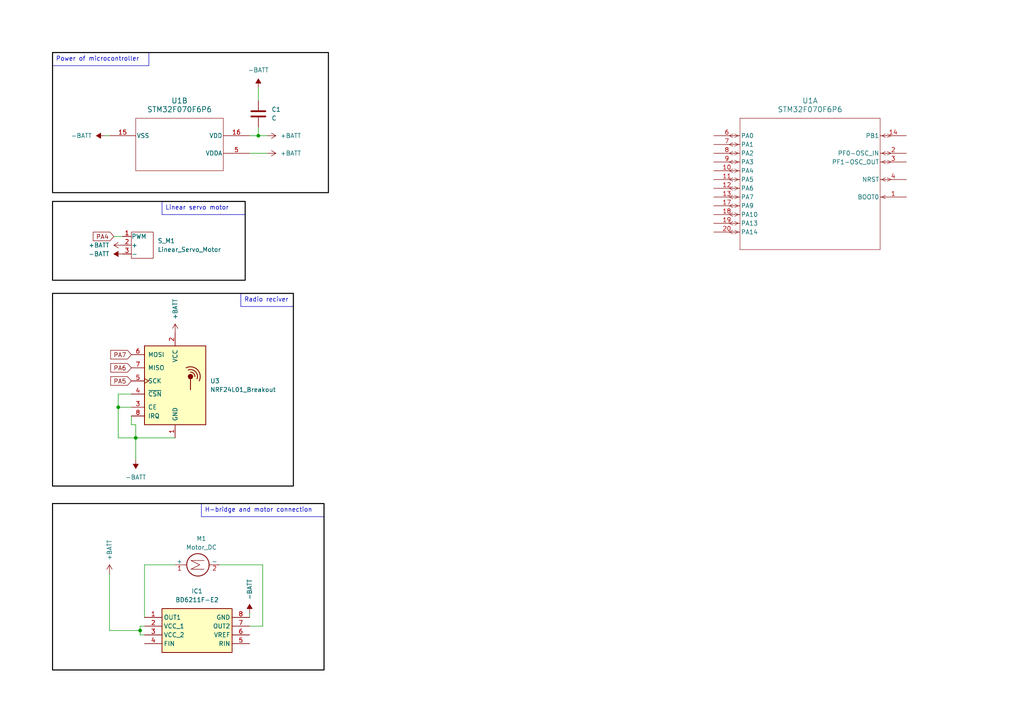
<source format=kicad_sch>
(kicad_sch (version 20230121) (generator eeschema)
  (paper "A4")
  (lib_symbols
    (symbol "2023-11-22_23-54-19:STM32F070F6P6" (pin_names (offset 0.254))
      (property "Reference" "U" (at 27.94 10.16 0))
      (property "Value" "STM32F070F6P6" (at 27.94 7.62 0))
      (symbol "STM32F070F6P6_1_1"
        (polyline (pts (xy 5.5372 -28.4607) (xy 4.4958 -27.94)) (stroke (width 0.127)))
        (polyline (pts (xy 5.5372 -27.4193) (xy 4.4958 -27.94)) (stroke (width 0.127)))
        (polyline (pts (xy 5.5372 -25.9207) (xy 4.4958 -25.4)) (stroke (width 0.127)))
        (polyline (pts (xy 5.5372 -24.8793) (xy 4.4958 -25.4)) (stroke (width 0.127)))
        (polyline (pts (xy 5.5372 -23.3807) (xy 4.4958 -22.86)) (stroke (width 0.127)))
        (polyline (pts (xy 5.5372 -22.3393) (xy 4.4958 -22.86)) (stroke (width 0.127)))
        (polyline (pts (xy 5.5372 -20.8407) (xy 4.4958 -20.32)) (stroke (width 0.127)))
        (polyline (pts (xy 5.5372 -19.7993) (xy 4.4958 -20.32)) (stroke (width 0.127)))
        (polyline (pts (xy 5.5372 -18.3007) (xy 4.4958 -17.78)) (stroke (width 0.127)))
        (polyline (pts (xy 5.5372 -17.2593) (xy 4.4958 -17.78)) (stroke (width 0.127)))
        (polyline (pts (xy 5.5372 -15.7607) (xy 4.4958 -15.24)) (stroke (width 0.127)))
        (polyline (pts (xy 5.5372 -14.7193) (xy 4.4958 -15.24)) (stroke (width 0.127)))
        (polyline (pts (xy 5.5372 -13.2207) (xy 4.4958 -12.7)) (stroke (width 0.127)))
        (polyline (pts (xy 5.5372 -12.1793) (xy 4.4958 -12.7)) (stroke (width 0.127)))
        (polyline (pts (xy 5.5372 -10.6807) (xy 4.4958 -10.16)) (stroke (width 0.127)))
        (polyline (pts (xy 5.5372 -9.6393) (xy 4.4958 -10.16)) (stroke (width 0.127)))
        (polyline (pts (xy 5.5372 -8.1407) (xy 4.4958 -7.62)) (stroke (width 0.127)))
        (polyline (pts (xy 5.5372 -7.0993) (xy 4.4958 -7.62)) (stroke (width 0.127)))
        (polyline (pts (xy 5.5372 -5.6007) (xy 4.4958 -5.08)) (stroke (width 0.127)))
        (polyline (pts (xy 5.5372 -4.5593) (xy 4.4958 -5.08)) (stroke (width 0.127)))
        (polyline (pts (xy 5.5372 -3.0607) (xy 4.4958 -2.54)) (stroke (width 0.127)))
        (polyline (pts (xy 5.5372 -2.0193) (xy 4.4958 -2.54)) (stroke (width 0.127)))
        (polyline (pts (xy 5.5372 -0.5207) (xy 4.4958 0)) (stroke (width 0.127)))
        (polyline (pts (xy 5.5372 0.5207) (xy 4.4958 0)) (stroke (width 0.127)))
        (polyline (pts (xy 7.0993 -27.94) (xy 6.0579 -28.4607)) (stroke (width 0.127)))
        (polyline (pts (xy 7.0993 -27.94) (xy 6.0579 -27.4193)) (stroke (width 0.127)))
        (polyline (pts (xy 7.0993 -25.4) (xy 6.0579 -25.9207)) (stroke (width 0.127)))
        (polyline (pts (xy 7.0993 -25.4) (xy 6.0579 -24.8793)) (stroke (width 0.127)))
        (polyline (pts (xy 7.0993 -22.86) (xy 6.0579 -23.3807)) (stroke (width 0.127)))
        (polyline (pts (xy 7.0993 -22.86) (xy 6.0579 -22.3393)) (stroke (width 0.127)))
        (polyline (pts (xy 7.0993 -20.32) (xy 6.0579 -20.8407)) (stroke (width 0.127)))
        (polyline (pts (xy 7.0993 -20.32) (xy 6.0579 -19.7993)) (stroke (width 0.127)))
        (polyline (pts (xy 7.0993 -17.78) (xy 6.0579 -18.3007)) (stroke (width 0.127)))
        (polyline (pts (xy 7.0993 -17.78) (xy 6.0579 -17.2593)) (stroke (width 0.127)))
        (polyline (pts (xy 7.0993 -15.24) (xy 6.0579 -15.7607)) (stroke (width 0.127)))
        (polyline (pts (xy 7.0993 -15.24) (xy 6.0579 -14.7193)) (stroke (width 0.127)))
        (polyline (pts (xy 7.0993 -12.7) (xy 6.0579 -13.2207)) (stroke (width 0.127)))
        (polyline (pts (xy 7.0993 -12.7) (xy 6.0579 -12.1793)) (stroke (width 0.127)))
        (polyline (pts (xy 7.0993 -10.16) (xy 6.0579 -10.6807)) (stroke (width 0.127)))
        (polyline (pts (xy 7.0993 -10.16) (xy 6.0579 -9.6393)) (stroke (width 0.127)))
        (polyline (pts (xy 7.0993 -7.62) (xy 6.0579 -8.1407)) (stroke (width 0.127)))
        (polyline (pts (xy 7.0993 -7.62) (xy 6.0579 -7.0993)) (stroke (width 0.127)))
        (polyline (pts (xy 7.0993 -5.08) (xy 6.0579 -5.6007)) (stroke (width 0.127)))
        (polyline (pts (xy 7.0993 -5.08) (xy 6.0579 -4.5593)) (stroke (width 0.127)))
        (polyline (pts (xy 7.0993 -2.54) (xy 6.0579 -3.0607)) (stroke (width 0.127)))
        (polyline (pts (xy 7.0993 -2.54) (xy 6.0579 -2.0193)) (stroke (width 0.127)))
        (polyline (pts (xy 7.0993 0) (xy 6.0579 -0.5207)) (stroke (width 0.127)))
        (polyline (pts (xy 7.0993 0) (xy 6.0579 0.5207)) (stroke (width 0.127)))
        (polyline (pts (xy 7.62 -33.02) (xy 48.26 -33.02)) (stroke (width 0.127)))
        (polyline (pts (xy 7.62 5.08) (xy 7.62 -33.02)) (stroke (width 0.127)))
        (polyline (pts (xy 48.26 -33.02) (xy 48.26 5.08)) (stroke (width 0.127)))
        (polyline (pts (xy 48.26 5.08) (xy 7.62 5.08)) (stroke (width 0.127)))
        (polyline (pts (xy 48.7807 -17.78) (xy 49.8221 -18.3007)) (stroke (width 0.127)))
        (polyline (pts (xy 48.7807 -17.78) (xy 49.8221 -17.2593)) (stroke (width 0.127)))
        (polyline (pts (xy 48.7807 -12.7) (xy 49.8221 -13.2207)) (stroke (width 0.127)))
        (polyline (pts (xy 48.7807 -12.7) (xy 49.8221 -12.1793)) (stroke (width 0.127)))
        (polyline (pts (xy 48.7807 -7.62) (xy 49.8221 -8.1407)) (stroke (width 0.127)))
        (polyline (pts (xy 48.7807 -7.62) (xy 49.8221 -7.0993)) (stroke (width 0.127)))
        (polyline (pts (xy 48.7807 -5.08) (xy 49.8221 -5.6007)) (stroke (width 0.127)))
        (polyline (pts (xy 48.7807 -5.08) (xy 49.8221 -4.5593)) (stroke (width 0.127)))
        (polyline (pts (xy 48.7807 0) (xy 49.8221 -0.5207)) (stroke (width 0.127)))
        (polyline (pts (xy 48.7807 0) (xy 49.8221 0.5207)) (stroke (width 0.127)))
        (polyline (pts (xy 50.3428 -13.2207) (xy 51.3842 -12.7)) (stroke (width 0.127)))
        (polyline (pts (xy 50.3428 -12.1793) (xy 51.3842 -12.7)) (stroke (width 0.127)))
        (polyline (pts (xy 50.3428 -8.1407) (xy 51.3842 -7.62)) (stroke (width 0.127)))
        (polyline (pts (xy 50.3428 -7.0993) (xy 51.3842 -7.62)) (stroke (width 0.127)))
        (polyline (pts (xy 50.3428 -5.6007) (xy 51.3842 -5.08)) (stroke (width 0.127)))
        (polyline (pts (xy 50.3428 -4.5593) (xy 51.3842 -5.08)) (stroke (width 0.127)))
        (polyline (pts (xy 50.3428 -0.5207) (xy 51.3842 0)) (stroke (width 0.127)))
        (polyline (pts (xy 50.3428 0.5207) (xy 51.3842 0)) (stroke (width 0.127)))
        (pin input line (at 55.88 -17.78 180) (length 7.62) (name "BOOT0") (number "1"))
        (pin bidirectional line (at 0 -10.16 0) (length 7.62) (name "PA4") (number "10"))
        (pin bidirectional line (at 0 -12.7 0) (length 7.62) (name "PA5") (number "11"))
        (pin bidirectional line (at 0 -15.24 0) (length 7.62) (name "PA6") (number "12"))
        (pin bidirectional line (at 0 -17.78 0) (length 7.62) (name "PA7") (number "13"))
        (pin bidirectional line (at 55.88 0 180) (length 7.62) (name "PB1") (number "14"))
        (pin bidirectional line (at 0 -20.32 0) (length 7.62) (name "PA9") (number "17"))
        (pin bidirectional line (at 0 -22.86 0) (length 7.62) (name "PA10") (number "18"))
        (pin bidirectional line (at 0 -25.4 0) (length 7.62) (name "PA13") (number "19"))
        (pin bidirectional line (at 55.88 -5.08 180) (length 7.62) (name "PF0-OSC_IN") (number "2"))
        (pin bidirectional line (at 0 -27.94 0) (length 7.62) (name "PA14") (number "20"))
        (pin bidirectional line (at 55.88 -7.62 180) (length 7.62) (name "PF1-OSC_OUT") (number "3"))
        (pin bidirectional line (at 55.88 -12.7 180) (length 7.62) (name "NRST") (number "4"))
        (pin bidirectional line (at 0 0 0) (length 7.62) (name "PA0") (number "6"))
        (pin bidirectional line (at 0 -2.54 0) (length 7.62) (name "PA1") (number "7"))
        (pin bidirectional line (at 0 -5.08 0) (length 7.62) (name "PA2") (number "8"))
        (pin bidirectional line (at 0 -7.62 0) (length 7.62) (name "PA3") (number "9"))
      )
      (symbol "STM32F070F6P6_2_1"
        (polyline (pts (xy 7.62 -10.16) (xy 33.02 -10.16)) (stroke (width 0.127)))
        (polyline (pts (xy 7.62 5.08) (xy 7.62 -10.16)) (stroke (width 0.127)))
        (polyline (pts (xy 33.02 -10.16) (xy 33.02 5.08)) (stroke (width 0.127)))
        (polyline (pts (xy 33.02 5.08) (xy 7.62 5.08)) (stroke (width 0.127)))
        (pin power_in line (at 0 0 0) (length 7.62) (name "VSS") (number "15"))
        (pin power_in line (at 40.64 0 180) (length 7.62) (name "VDD") (number "16"))
        (pin power_in line (at 40.64 -5.08 180) (length 7.62) (name "VDDA") (number "5"))
      )
    )
    (symbol "Device:C" (pin_numbers hide) (pin_names (offset 0.254))
      (property "Reference" "C" (at 0.635 2.54 0))
      (property "Value" "C" (at 0.635 -2.54 0))
      (symbol "C_0_1"
        (polyline (pts (xy -2.032 -0.762) (xy 2.032 -0.762)) (stroke (width 0.508)))
        (polyline (pts (xy -2.032 0.762) (xy 2.032 0.762)) (stroke (width 0.508)))
      )
      (symbol "C_1_1"
        (pin passive line (at 0 3.81 270) (length 2.794) (name "~") (number "1"))
        (pin passive line (at 0 -3.81 90) (length 2.794) (name "~") (number "2"))
      )
    )
    (symbol "Motor:Motor_DC" (pin_names (offset 0))
      (property "Reference" "M" (at 2.54 2.54 0))
      (property "Value" "Motor_DC" (at 2.54 -5.08 0))
      (symbol "Motor_DC_0_0"
        (polyline (pts (xy -1.27 -3.302) (xy -1.27 0.508) (xy 0 -2.032) (xy 1.27 0.508) (xy 1.27 -3.302)))
      )
      (symbol "Motor_DC_0_1"
        (circle (center 0 -1.524) (radius 3.2512) (stroke (width 0.254)))
        (polyline (pts (xy 0 -7.62) (xy 0 -7.112)))
        (polyline (pts (xy 0 -4.7752) (xy 0 -5.1816)))
        (polyline (pts (xy 0 1.7272) (xy 0 2.0828)))
        (polyline (pts (xy 0 2.032) (xy 0 2.54)))
      )
      (symbol "Motor_DC_1_1"
        (pin passive line (at 0 5.08 270) (length 2.54) (name "+") (number "1"))
        (pin passive line (at 0 -7.62 90) (length 2.54) (name "-") (number "2"))
      )
    )
    (symbol "Motor:Motor_Servo" (pin_names (offset 0.0254))
      (property "Reference" "S_M" (at -3.81 7.62 0))
      (property "Value" "Linear_Servo_Motor" (at -13.97 -3.81 0))
      (symbol "Motor_Servo_0_1"
        (polyline (pts (xy -5.08 3.81) (xy -5.08 5.08) (xy 1.27 5.08) (xy 1.27 -2.54) (xy -5.08 -2.54) (xy -5.08 3.81)))
      )
      (symbol "Motor_Servo_1_1"
        (pin passive line (at -7.62 3.81 0) (length 2.54) (name "PWM") (number "1"))
        (pin passive line (at -7.62 1.27 0) (length 2.54) (name "+") (number "2"))
        (pin passive line (at -7.62 -1.27 0) (length 2.54) (name "-") (number "3"))
      )
    )
    (symbol "NRF24L01_Breakout_1" (pin_names (offset 1.016))
      (property "Reference" "U2" (at 10.16 1.27 0))
      (property "Value" "NRF24L01_Breakout" (at 10.16 -1.27 0))
      (symbol "NRF24L01_Breakout_1_0_1"
        (rectangle (start -8.89 11.43) (end 8.89 -11.43) (stroke (width 0.254)) (fill (type background)))
        (polyline (pts (xy 4.445 1.905) (xy 4.445 -1.27)) (stroke (width 0.254)))
        (circle (center 4.445 2.54) (radius 0.635) (stroke (width 0.254)) (fill (type outline)))
        (arc (start 5.715 2.54) (mid 5.3521 3.4546) (end 4.445 3.81) (stroke (width 0.254)))
        (arc (start 6.35 1.905) (mid 5.8763 3.9854) (end 3.81 4.445) (stroke (width 0.254)))
        (arc (start 6.985 1.27) (mid 6.453 4.548) (end 3.175 5.08) (stroke (width 0.254)))
      )
      (symbol "NRF24L01_Breakout_1_1_1"
        (pin power_in line (at 0 -15.24 90) (length 3.81) (name "GND") (number "1"))
        (pin power_in line (at 0 15.24 270) (length 3.81) (name "VCC") (number "2"))
        (pin input line (at -12.7 -6.35 0) (length 3.81) (name "CE") (number "3"))
        (pin input line (at -12.7 -2.54 0) (length 3.81) (name "~{CSN}") (number "4"))
        (pin input clock (at -12.7 1.27 0) (length 3.81) (name "SCK") (number "5"))
        (pin input line (at -12.7 8.89 0) (length 3.81) (name "MOSI") (number "6"))
        (pin output line (at -12.7 5.08 0) (length 3.81) (name "MISO") (number "7"))
        (pin output line (at -12.7 -8.89 0) (length 3.81) (name "IRQ") (number "8"))
      )
    )
    (symbol "SamacSys_Parts:BD6211F-E2"
      (property "Reference" "IC" (at 26.67 7.62 0))
      (property "Value" "BD6211F-E2" (at 26.67 5.08 0))
      (symbol "BD6211F-E2_1_1"
        (rectangle (start 5.08 2.54) (end 25.4 -10.16) (stroke (width 0.254)) (fill (type background)))
        (pin passive line (at 0 0 0) (length 5.08) (name "OUT1") (number "1"))
        (pin passive line (at 0 -2.54 0) (length 5.08) (name "VCC_1") (number "2"))
        (pin passive line (at 0 -5.08 0) (length 5.08) (name "VCC_2") (number "3"))
        (pin passive line (at 0 -7.62 0) (length 5.08) (name "FIN") (number "4"))
        (pin passive line (at 30.48 -7.62 180) (length 5.08) (name "RIN") (number "5"))
        (pin passive line (at 30.48 -5.08 180) (length 5.08) (name "VREF") (number "6"))
        (pin passive line (at 30.48 -2.54 180) (length 5.08) (name "OUT2") (number "7"))
        (pin passive line (at 30.48 0 180) (length 5.08) (name "GND") (number "8"))
      )
    )
    (symbol "power:+BATT" (power) (pin_names (offset 0))
      (property "Value" "+BATT" (at 0 3.556 0))
      (symbol "+BATT_0_1"
        (polyline (pts (xy -0.762 1.27) (xy 0 2.54)))
        (polyline (pts (xy 0 0) (xy 0 2.54)))
        (polyline (pts (xy 0 2.54) (xy 0.762 1.27)))
      )
      (symbol "+BATT_1_1"
        (pin power_in line (at 0 0 90) (length 0) hide (name "+BATT") (number "1"))
      )
    )
    (symbol "power:-BATT" (power) (pin_names (offset 0))
      (property "Value" "-BATT" (at 0 3.556 0))
      (symbol "-BATT_0_1"
        (polyline (pts (xy 0 0) (xy 0 2.54)))
        (polyline (pts (xy 0.762 1.27) (xy -0.762 1.27) (xy 0 2.54) (xy 0.762 1.27)) (fill (type outline)))
      )
      (symbol "-BATT_1_1"
        (pin power_in line (at 0 0 90) (length 0) hide (name "-BATT") (number "1"))
      )
    )
  )
  (junction (at 34.29 118.11))
  (junction (at 39.37 127))
  (junction (at 74.93 39.37))
  (junction (at 40.64 182.88))
  (wire (pts (xy 72.39 177.8) (xy 72.39 179.07)))
  (wire (pts (xy 74.93 39.37) (xy 77.47 39.37)))
  (wire (pts (xy 72.39 181.61) (xy 76.2 181.61)))
  (wire (pts (xy 38.1 123.19) (xy 39.37 123.19)))
  (wire (pts (xy 41.91 179.07) (xy 41.91 163.83)))
  (wire (pts (xy 74.93 36.83) (xy 74.93 39.37)))
  (wire (pts (xy 34.29 118.11) (xy 34.29 127)))
  (wire (pts (xy 38.1 118.11) (xy 34.29 118.11)))
  (wire (pts (xy 74.93 25.4) (xy 74.93 29.21)))
  (wire (pts (xy 40.64 184.15) (xy 40.64 182.88)))
  (wire (pts (xy 40.64 181.61) (xy 41.91 181.61)))
  (wire (pts (xy 41.91 184.15) (xy 40.64 184.15)))
  (wire (pts (xy 39.37 123.19) (xy 39.37 127)))
  (wire (pts (xy 39.37 127) (xy 39.37 133.35)))
  (wire (pts (xy 40.64 182.88) (xy 40.64 181.61)))
  (wire (pts (xy 63.5 163.83) (xy 76.2 163.83)))
  (wire (pts (xy 72.39 44.45) (xy 77.47 44.45)))
  (wire (pts (xy 38.1 114.3) (xy 34.29 114.3)))
  (wire (pts (xy 41.91 163.83) (xy 50.8 163.83)))
  (wire (pts (xy 34.29 127) (xy 39.37 127)))
  (wire (pts (xy 38.1 120.65) (xy 38.1 123.19)))
  (wire (pts (xy 33.02 68.58) (xy 35.56 68.58)))
  (wire (pts (xy 30.48 39.37) (xy 31.75 39.37)))
  (wire (pts (xy 76.2 163.83) (xy 76.2 181.61)))
  (wire (pts (xy 31.75 182.88) (xy 40.64 182.88)))
  (wire (pts (xy 72.39 39.37) (xy 74.93 39.37)))
  (wire (pts (xy 34.29 114.3) (xy 34.29 118.11)))
  (wire (pts (xy 39.37 127) (xy 50.8 127)))
  (wire (pts (xy 31.75 166.37) (xy 31.75 182.88)))
  (rectangle (start 15.24 58.42) (end 71.12 81.28) (stroke (width 0.3) (color 0 0 0 1)))
  (rectangle (start 15.24 85.09) (end 85.09 140.97) (stroke (width 0.3) (color 0 0 0 1)))
  (rectangle (start 15.24 15.24) (end 95.25 55.88) (stroke (width 0.3) (color 0 0 0 1)))
  (rectangle (start 15.24 146.05) (end 93.98 194.31) (stroke (width 0.3) (color 0 0 0 1)))
  (text_box "Radio reciver" (at 69.85 85.09 0) (size 15.24 3.81) (effects (font (size 1.27 1.27)) (justify left top)))
  (text_box "Linear servo motor" (at 46.99 58.42 0) (size 24.13 3.81) (effects (font (size 1.27 1.27)) (justify left top)))
  (text_box "Power of microcontroller" (at 15.24 15.24 0) (size 27.94 3.81) (effects (font (size 1.27 1.27)) (justify left top)))
  (text_box "H-bridge and motor connection" (at 58.42 146.05 0) (size 35.56 3.81) (effects (font (size 1.27 1.27)) (justify left top)))
  (global_label "PA4" (shape input) (at 33.02 68.58 180) (property "Intersheetrefs" "${INTERSHEET_REFS}" (effects hide)))
  (global_label "PA7" (shape input) (at 38.1 102.87 180) (property "Intersheetrefs" "${INTERSHEET_REFS}" (effects hide)))
  (global_label "PA6" (shape input) (at 38.1 106.68 180) (property "Intersheetrefs" "${INTERSHEET_REFS}" (effects hide)))
  (global_label "PA5" (shape input) (at 38.1 110.49 180) (property "Intersheetrefs" "${INTERSHEET_REFS}" (effects hide)))
  (symbol (lib_id "power:-BATT") (at 35.56 73.66 90) (unit 1)
    (property "Reference" "#PWR010" (effects hide))
    (property "Value" "-BATT" (at 31.75 73.66 90) (effects (justify left)))
  )
  (symbol (lib_name "NRF24L01_Breakout_1") (lib_id "RF:NRF24L01_Breakout") (at 50.8 111.76 0) (unit 1)
    (property "Reference" "U3" (at 60.96 110.49 0) (effects (justify left)))
    (property "Value" "NRF24L01_Breakout" (at 60.96 113.03 0) (effects (justify left)))
    (property "Footprint" "RF_Module:nRF24L01_Breakout" (effects hide))
    (property "Datasheet" "http://www.nordicsemi.com/eng/content/download/2730/34105/file/nRF24L01_Product_Specification_v2_0.pdf" (effects hide))
  )
  (symbol (lib_id "power:+BATT") (at 77.47 44.45 270) (unit 1)
    (property "Reference" "#PWR03" (effects hide))
    (property "Value" "+BATT" (at 81.28 44.45 90) (effects (justify left)))
  )
  (symbol (lib_id "power:+BATT") (at 50.8 96.52 0) (unit 1)
    (property "Reference" "#PWR06" (effects hide))
    (property "Value" "+BATT" (at 50.8 92.71 90) (effects (justify left)))
  )
  (symbol (lib_id "2023-11-22_23-54-19:STM32F070F6P6") (at 31.75 39.37 0) (unit 2)
    (property "Reference" "U1" (at 52.07 29.21 0) (effects (font (size 1.524 1.524))))
    (property "Value" "STM32F070F6P6" (at 52.07 31.75 0) (effects (font (size 1.524 1.524))))
    (property "Footprint" "TSSOP20" (effects hide))
    (property "Datasheet" "STM32F070F6P6" (effects hide))
  )
  (symbol (lib_id "2023-11-22_23-54-19:STM32F070F6P6") (at 207.01 39.37 0) (unit 1)
    (property "Reference" "U1" (at 234.95 29.21 0) (effects (font (size 1.524 1.524))))
    (property "Value" "STM32F070F6P6" (at 234.95 31.75 0) (effects (font (size 1.524 1.524))))
    (property "Footprint" "TSSOP20" (effects hide))
    (property "Datasheet" "STM32F070F6P6" (effects hide))
  )
  (symbol (lib_id "Device:C") (at 74.93 33.02 180) (unit 1)
    (property "Reference" "C1" (at 78.74 31.75 0) (effects (justify right)))
    (property "Value" "C" (at 78.74 34.29 0) (effects (justify right)))
  )
  (symbol (lib_id "power:+BATT") (at 31.75 166.37 0) (unit 1)
    (property "Reference" "#PWR05" (effects hide))
    (property "Value" "+BATT" (at 31.75 162.56 90) (effects (justify left)))
  )
  (symbol (lib_id "power:-BATT") (at 72.39 177.8 0) (unit 1)
    (property "Reference" "#PWR08" (effects hide))
    (property "Value" "-BATT" (at 72.39 173.99 90) (effects (justify left)))
  )
  (symbol (lib_id "Motor:Motor_DC") (at 55.88 163.83 90) (unit 1)
    (property "Reference" "M1" (at 58.42 156.21 90))
    (property "Value" "Motor_DC" (at 58.42 158.75 90))
  )
  (symbol (lib_id "power:-BATT") (at 39.37 133.35 180) (unit 1)
    (property "Reference" "#PWR07" (effects hide))
    (property "Value" "-BATT" (at 39.37 138.43 0))
  )
  (symbol (lib_id "power:-BATT") (at 30.48 39.37 90) (unit 1)
    (property "Reference" "#PWR02" (effects hide))
    (property "Value" "-BATT" (at 26.67 39.37 90) (effects (justify left)))
  )
  (symbol (lib_id "power:+BATT") (at 35.56 71.12 90) (unit 1)
    (property "Reference" "#PWR09" (effects hide))
    (property "Value" "+BATT" (at 31.75 71.12 90) (effects (justify left)))
  )
  (symbol (lib_id "SamacSys_Parts:BD6211F-E2") (at 41.91 179.07 0) (unit 1)
    (property "Reference" "IC1" (at 57.15 171.45 0))
    (property "Value" "BD6211F-E2" (at 57.15 173.99 0))
    (property "Footprint" "SOIC127P620X171-8N" (effects hide))
    (property "Datasheet" "https://datasheet.datasheetarchive.com/originals/distributors/Datasheets_SAMA/9ec5cdfbd612023d7489950ca9dee0a8.pdf" (effects hide))
    (property "Height" "1.71" (effects hide))
    (property "Manufacturer_Name" "ROHM Semiconductor" (effects hide))
    (property "Manufacturer_Part_Number" "BD6211F-E2" (effects hide))
  )
  (symbol (lib_id "power:-BATT") (at 74.93 25.4 0) (unit 1)
    (property "Reference" "#PWR04" (effects hide))
    (property "Value" "-BATT" (at 74.93 20.32 0))
  )
  (symbol (lib_id "Motor:Motor_Servo") (at 43.18 72.39 0) (unit 1)
    (property "Reference" "S_M1" (at 45.72 69.85 0) (effects (justify left)))
    (property "Value" "Linear_Servo_Motor" (at 45.72 72.39 0) (effects (justify left)))
  )
  (symbol (lib_id "power:+BATT") (at 77.47 39.37 270) (unit 1)
    (property "Reference" "#PWR01" (effects hide))
    (property "Value" "+BATT" (at 81.28 39.37 90) (effects (justify left)))
  )
)
</source>
